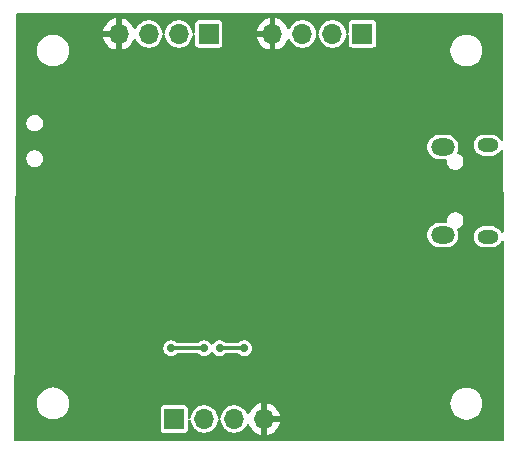
<source format=gbr>
%TF.GenerationSoftware,KiCad,Pcbnew,9.0.0*%
%TF.CreationDate,2025-03-25T14:42:11+07:00*%
%TF.ProjectId,stm32f1,73746d33-3266-4312-9e6b-696361645f70,rev?*%
%TF.SameCoordinates,Original*%
%TF.FileFunction,Copper,L2,Bot*%
%TF.FilePolarity,Positive*%
%FSLAX46Y46*%
G04 Gerber Fmt 4.6, Leading zero omitted, Abs format (unit mm)*
G04 Created by KiCad (PCBNEW 9.0.0) date 2025-03-25 14:42:11*
%MOMM*%
%LPD*%
G01*
G04 APERTURE LIST*
%TA.AperFunction,ComponentPad*%
%ADD10R,1.700000X1.700000*%
%TD*%
%TA.AperFunction,ComponentPad*%
%ADD11O,1.700000X1.700000*%
%TD*%
%TA.AperFunction,HeatsinkPad*%
%ADD12O,1.800000X1.150000*%
%TD*%
%TA.AperFunction,HeatsinkPad*%
%ADD13O,2.000000X1.450000*%
%TD*%
%TA.AperFunction,ViaPad*%
%ADD14C,0.700000*%
%TD*%
%TA.AperFunction,Conductor*%
%ADD15C,0.300000*%
%TD*%
G04 APERTURE END LIST*
D10*
%TO.P,J4,1,Pin_1*%
%TO.N,+3.3V*%
X115160000Y-81200000D03*
D11*
%TO.P,J4,2,Pin_2*%
%TO.N,/I2C2_SCL*%
X117700000Y-81200000D03*
%TO.P,J4,3,Pin_3*%
%TO.N,/I2C2_SDA*%
X120240000Y-81200000D03*
%TO.P,J4,4,Pin_4*%
%TO.N,GND*%
X122780000Y-81200000D03*
%TD*%
D10*
%TO.P,J3,1,Pin_1*%
%TO.N,+3.3V*%
X118080000Y-48600000D03*
D11*
%TO.P,J3,2,Pin_2*%
%TO.N,/USART1_TX*%
X115540000Y-48600000D03*
%TO.P,J3,3,Pin_3*%
%TO.N,/USART1_RX*%
X113000000Y-48600000D03*
%TO.P,J3,4,Pin_4*%
%TO.N,GND*%
X110460000Y-48600000D03*
%TD*%
D12*
%TO.P,J2,6,Shield*%
%TO.N,unconnected-(J2-Shield-Pad6)_2*%
X141700000Y-65775000D03*
D13*
%TO.N,unconnected-(J2-Shield-Pad6)_1*%
X137900000Y-65625000D03*
%TO.N,unconnected-(J2-Shield-Pad6)_3*%
X137900000Y-58175000D03*
D12*
%TO.N,unconnected-(J2-Shield-Pad6)*%
X141700000Y-58025000D03*
%TD*%
D10*
%TO.P,J1,1,Pin_1*%
%TO.N,+3.3V*%
X131100000Y-48600000D03*
D11*
%TO.P,J1,2,Pin_2*%
%TO.N,/SWDIO*%
X128560000Y-48600000D03*
%TO.P,J1,3,Pin_3*%
%TO.N,/SWCLK*%
X126020000Y-48600000D03*
%TO.P,J1,4,Pin_4*%
%TO.N,GND*%
X123480000Y-48600000D03*
%TD*%
D14*
%TO.N,GND*%
X136500000Y-60600000D03*
X122100000Y-70400000D03*
X118700000Y-69600000D03*
X112400000Y-68200000D03*
X112900000Y-64800000D03*
X118100000Y-60300000D03*
X139800000Y-70600000D03*
X137600000Y-72500000D03*
X133300000Y-72000000D03*
X134100000Y-67700000D03*
X127600000Y-61200000D03*
X106400000Y-55400000D03*
X112955025Y-63155025D03*
X113000000Y-60600000D03*
X111000000Y-61200000D03*
X108400000Y-64600000D03*
%TO.N,+3.3V*%
X121100000Y-75200000D03*
X119000000Y-75200000D03*
X117700000Y-75200000D03*
%TO.N,GND*%
X117446129Y-64281384D03*
X114300000Y-58600000D03*
X122600000Y-66200000D03*
%TO.N,+3.3V*%
X114900000Y-75200000D03*
%TD*%
D15*
%TO.N,+3.3V*%
X119000000Y-75200000D02*
X121100000Y-75200000D01*
X114900000Y-75200000D02*
X117700000Y-75200000D01*
%TD*%
%TA.AperFunction,Conductor*%
%TO.N,GND*%
G36*
X142944211Y-46820185D02*
G01*
X142989966Y-46872989D01*
X143001171Y-46924165D01*
X143009019Y-49851095D01*
X143029641Y-57543587D01*
X143010136Y-57610679D01*
X142957455Y-57656575D01*
X142888323Y-57666704D01*
X142824690Y-57637849D01*
X142802539Y-57612810D01*
X142705045Y-57466901D01*
X142705042Y-57466897D01*
X142583102Y-57344957D01*
X142583098Y-57344954D01*
X142439711Y-57249145D01*
X142439698Y-57249138D01*
X142280378Y-57183146D01*
X142280366Y-57183143D01*
X142111232Y-57149500D01*
X142111229Y-57149500D01*
X141288771Y-57149500D01*
X141288768Y-57149500D01*
X141119633Y-57183143D01*
X141119621Y-57183146D01*
X140960301Y-57249138D01*
X140960288Y-57249145D01*
X140816901Y-57344954D01*
X140816897Y-57344957D01*
X140694957Y-57466897D01*
X140694954Y-57466901D01*
X140599145Y-57610288D01*
X140599138Y-57610301D01*
X140533146Y-57769621D01*
X140533143Y-57769633D01*
X140499500Y-57938766D01*
X140499500Y-58111233D01*
X140533143Y-58280366D01*
X140533146Y-58280378D01*
X140599138Y-58439698D01*
X140599145Y-58439711D01*
X140694954Y-58583098D01*
X140694957Y-58583102D01*
X140816897Y-58705042D01*
X140816901Y-58705045D01*
X140960288Y-58800854D01*
X140960301Y-58800861D01*
X141093142Y-58855885D01*
X141119626Y-58866855D01*
X141288766Y-58900499D01*
X141288769Y-58900500D01*
X141288771Y-58900500D01*
X142111231Y-58900500D01*
X142111232Y-58900499D01*
X142280374Y-58866855D01*
X142439705Y-58800858D01*
X142583099Y-58705045D01*
X142705045Y-58583099D01*
X142777861Y-58474123D01*
X142804243Y-58434640D01*
X142806221Y-58435961D01*
X142847795Y-58393625D01*
X142915930Y-58378153D01*
X142981614Y-58401972D01*
X143023992Y-58457522D01*
X143032210Y-58501580D01*
X143050541Y-65339362D01*
X143031036Y-65406454D01*
X142978355Y-65452350D01*
X142909223Y-65462479D01*
X142845590Y-65433624D01*
X142811980Y-65387147D01*
X142800858Y-65360295D01*
X142800854Y-65360288D01*
X142705045Y-65216901D01*
X142705042Y-65216897D01*
X142583102Y-65094957D01*
X142583098Y-65094954D01*
X142439711Y-64999145D01*
X142439698Y-64999138D01*
X142280378Y-64933146D01*
X142280366Y-64933143D01*
X142111232Y-64899500D01*
X142111229Y-64899500D01*
X141288771Y-64899500D01*
X141288768Y-64899500D01*
X141119633Y-64933143D01*
X141119621Y-64933146D01*
X140960301Y-64999138D01*
X140960288Y-64999145D01*
X140816901Y-65094954D01*
X140816897Y-65094957D01*
X140694957Y-65216897D01*
X140694954Y-65216901D01*
X140599145Y-65360288D01*
X140599138Y-65360301D01*
X140533146Y-65519621D01*
X140533143Y-65519633D01*
X140499500Y-65688766D01*
X140499500Y-65861233D01*
X140533143Y-66030366D01*
X140533146Y-66030378D01*
X140599138Y-66189698D01*
X140599145Y-66189711D01*
X140694954Y-66333098D01*
X140694957Y-66333102D01*
X140816897Y-66455042D01*
X140816901Y-66455045D01*
X140960288Y-66550854D01*
X140960301Y-66550861D01*
X141105708Y-66611090D01*
X141119626Y-66616855D01*
X141288766Y-66650499D01*
X141288769Y-66650500D01*
X141288771Y-66650500D01*
X142111231Y-66650500D01*
X142111232Y-66650499D01*
X142280374Y-66616855D01*
X142439705Y-66550858D01*
X142583099Y-66455045D01*
X142705045Y-66333099D01*
X142800858Y-66189705D01*
X142814299Y-66157253D01*
X142858137Y-66102852D01*
X142924431Y-66080785D01*
X142992130Y-66098062D01*
X143039742Y-66149198D01*
X143052860Y-66204374D01*
X143078193Y-75653334D01*
X143096018Y-82302206D01*
X143097823Y-82975168D01*
X143078318Y-83042260D01*
X143025637Y-83088156D01*
X142973823Y-83099500D01*
X101727857Y-83099500D01*
X101660818Y-83079815D01*
X101615063Y-83027011D01*
X101603859Y-82974835D01*
X101606316Y-82516757D01*
X101621004Y-79777418D01*
X103549500Y-79777418D01*
X103549500Y-79989991D01*
X103579156Y-80177235D01*
X103582754Y-80199948D01*
X103621935Y-80320535D01*
X103648444Y-80402119D01*
X103744951Y-80591525D01*
X103869890Y-80763491D01*
X104020213Y-80913814D01*
X104192179Y-81038753D01*
X104192181Y-81038754D01*
X104192184Y-81038756D01*
X104381588Y-81135262D01*
X104583757Y-81200951D01*
X104793713Y-81234205D01*
X104793714Y-81234205D01*
X105006286Y-81234205D01*
X105006287Y-81234205D01*
X105216243Y-81200951D01*
X105418412Y-81135262D01*
X105607816Y-81038756D01*
X105651515Y-81007007D01*
X105779786Y-80913814D01*
X105779788Y-80913811D01*
X105779792Y-80913809D01*
X105930104Y-80763497D01*
X105930106Y-80763493D01*
X105930109Y-80763491D01*
X106055048Y-80591525D01*
X106055047Y-80591525D01*
X106055051Y-80591521D01*
X106151557Y-80402117D01*
X106183070Y-80305131D01*
X114009500Y-80305131D01*
X114009500Y-82094856D01*
X114009502Y-82094882D01*
X114012413Y-82119987D01*
X114012415Y-82119991D01*
X114057793Y-82222764D01*
X114057794Y-82222765D01*
X114137235Y-82302206D01*
X114240009Y-82347585D01*
X114265135Y-82350500D01*
X116054864Y-82350499D01*
X116054879Y-82350497D01*
X116054882Y-82350497D01*
X116079987Y-82347586D01*
X116079988Y-82347585D01*
X116079991Y-82347585D01*
X116182765Y-82302206D01*
X116262206Y-82222765D01*
X116307585Y-82119991D01*
X116310500Y-82094865D01*
X116310499Y-81357125D01*
X116330183Y-81290089D01*
X116382987Y-81244334D01*
X116452146Y-81234390D01*
X116515702Y-81263415D01*
X116553476Y-81322193D01*
X116556972Y-81337729D01*
X116577829Y-81469410D01*
X116633787Y-81641636D01*
X116633788Y-81641639D01*
X116716006Y-81802997D01*
X116822441Y-81949494D01*
X116822445Y-81949499D01*
X116950500Y-82077554D01*
X116950505Y-82077558D01*
X117078287Y-82170396D01*
X117097006Y-82183996D01*
X117173094Y-82222765D01*
X117258360Y-82266211D01*
X117258363Y-82266212D01*
X117344476Y-82294191D01*
X117430591Y-82322171D01*
X117513429Y-82335291D01*
X117609449Y-82350500D01*
X117609454Y-82350500D01*
X117790551Y-82350500D01*
X117877259Y-82336765D01*
X117969409Y-82322171D01*
X118141639Y-82266211D01*
X118302994Y-82183996D01*
X118449501Y-82077553D01*
X118577553Y-81949501D01*
X118683996Y-81802994D01*
X118766211Y-81641639D01*
X118822171Y-81469409D01*
X118836422Y-81379425D01*
X118847527Y-81309321D01*
X118877456Y-81246186D01*
X118936768Y-81209255D01*
X119006630Y-81210253D01*
X119064863Y-81248863D01*
X119092473Y-81309321D01*
X119117829Y-81469410D01*
X119173787Y-81641636D01*
X119173788Y-81641639D01*
X119256006Y-81802997D01*
X119362441Y-81949494D01*
X119362445Y-81949499D01*
X119490500Y-82077554D01*
X119490505Y-82077558D01*
X119618287Y-82170396D01*
X119637006Y-82183996D01*
X119713094Y-82222765D01*
X119798360Y-82266211D01*
X119798363Y-82266212D01*
X119884476Y-82294191D01*
X119970591Y-82322171D01*
X120053429Y-82335291D01*
X120149449Y-82350500D01*
X120149454Y-82350500D01*
X120330551Y-82350500D01*
X120417259Y-82336765D01*
X120509409Y-82322171D01*
X120681639Y-82266211D01*
X120842994Y-82183996D01*
X120989501Y-82077553D01*
X121117553Y-81949501D01*
X121223996Y-81802994D01*
X121291090Y-81671314D01*
X121339065Y-81620519D01*
X121406886Y-81603724D01*
X121473021Y-81626262D01*
X121516472Y-81680977D01*
X121519506Y-81689292D01*
X121528904Y-81718217D01*
X121625379Y-81907557D01*
X121750272Y-82079459D01*
X121750276Y-82079464D01*
X121900535Y-82229723D01*
X121900540Y-82229727D01*
X122072442Y-82354620D01*
X122261782Y-82451095D01*
X122463871Y-82516757D01*
X122530000Y-82527231D01*
X122530000Y-81633012D01*
X122587007Y-81665925D01*
X122714174Y-81700000D01*
X122845826Y-81700000D01*
X122972993Y-81665925D01*
X123030000Y-81633012D01*
X123030000Y-82527230D01*
X123096126Y-82516757D01*
X123096129Y-82516757D01*
X123298217Y-82451095D01*
X123487557Y-82354620D01*
X123659459Y-82229727D01*
X123659464Y-82229723D01*
X123809723Y-82079464D01*
X123809727Y-82079459D01*
X123934620Y-81907557D01*
X124031095Y-81718217D01*
X124096757Y-81516129D01*
X124096757Y-81516126D01*
X124107231Y-81450000D01*
X123213012Y-81450000D01*
X123245925Y-81392993D01*
X123280000Y-81265826D01*
X123280000Y-81134174D01*
X123245925Y-81007007D01*
X123213012Y-80950000D01*
X124107231Y-80950000D01*
X124096757Y-80883873D01*
X124096757Y-80883870D01*
X124031095Y-80681782D01*
X123934620Y-80492442D01*
X123809727Y-80320540D01*
X123809723Y-80320535D01*
X123659464Y-80170276D01*
X123659459Y-80170272D01*
X123487557Y-80045379D01*
X123298215Y-79948903D01*
X123168545Y-79906772D01*
X123168544Y-79906772D01*
X123096122Y-79883241D01*
X123030000Y-79872768D01*
X123030000Y-80766988D01*
X122972993Y-80734075D01*
X122845826Y-80700000D01*
X122714174Y-80700000D01*
X122587007Y-80734075D01*
X122530000Y-80766988D01*
X122530000Y-79872768D01*
X122529999Y-79872768D01*
X122463875Y-79883241D01*
X122261784Y-79948903D01*
X122072442Y-80045379D01*
X121900540Y-80170272D01*
X121900535Y-80170276D01*
X121750276Y-80320535D01*
X121750272Y-80320540D01*
X121625379Y-80492442D01*
X121528905Y-80681781D01*
X121519506Y-80710708D01*
X121480068Y-80768383D01*
X121415709Y-80795581D01*
X121346862Y-80783666D01*
X121295387Y-80736421D01*
X121291090Y-80728684D01*
X121267191Y-80681781D01*
X121223996Y-80597006D01*
X121210396Y-80578287D01*
X121117558Y-80450505D01*
X121117554Y-80450500D01*
X120989499Y-80322445D01*
X120989494Y-80322441D01*
X120842997Y-80216006D01*
X120842996Y-80216005D01*
X120842994Y-80216004D01*
X120766906Y-80177235D01*
X120681639Y-80133788D01*
X120681636Y-80133787D01*
X120509410Y-80077829D01*
X120330551Y-80049500D01*
X120330546Y-80049500D01*
X120149454Y-80049500D01*
X120149449Y-80049500D01*
X119970589Y-80077829D01*
X119798363Y-80133787D01*
X119798360Y-80133788D01*
X119637002Y-80216006D01*
X119490505Y-80322441D01*
X119490500Y-80322445D01*
X119362445Y-80450500D01*
X119362441Y-80450505D01*
X119256006Y-80597002D01*
X119173788Y-80758360D01*
X119173787Y-80758363D01*
X119117829Y-80930589D01*
X119092473Y-81090678D01*
X119062544Y-81153813D01*
X119003232Y-81190744D01*
X118933369Y-81189746D01*
X118875137Y-81151136D01*
X118847527Y-81090678D01*
X118825245Y-80950000D01*
X118822171Y-80930591D01*
X118779708Y-80799901D01*
X118766212Y-80758363D01*
X118766211Y-80758360D01*
X118727191Y-80681781D01*
X118683996Y-80597006D01*
X118670396Y-80578287D01*
X118577558Y-80450505D01*
X118577554Y-80450500D01*
X118449499Y-80322445D01*
X118449494Y-80322441D01*
X118302997Y-80216006D01*
X118302996Y-80216005D01*
X118302994Y-80216004D01*
X118226906Y-80177235D01*
X118141639Y-80133788D01*
X118141636Y-80133787D01*
X117969410Y-80077829D01*
X117790551Y-80049500D01*
X117790546Y-80049500D01*
X117609454Y-80049500D01*
X117609449Y-80049500D01*
X117430589Y-80077829D01*
X117258363Y-80133787D01*
X117258360Y-80133788D01*
X117097002Y-80216006D01*
X116950505Y-80322441D01*
X116950500Y-80322445D01*
X116822445Y-80450500D01*
X116822441Y-80450505D01*
X116716006Y-80597002D01*
X116633788Y-80758360D01*
X116633787Y-80758363D01*
X116577829Y-80930589D01*
X116556972Y-81062271D01*
X116527042Y-81125405D01*
X116467731Y-81162336D01*
X116397868Y-81161338D01*
X116339636Y-81122728D01*
X116311522Y-81058764D01*
X116310499Y-81042872D01*
X116310499Y-80305143D01*
X116310499Y-80305136D01*
X116310497Y-80305117D01*
X116307586Y-80280012D01*
X116307585Y-80280010D01*
X116307585Y-80280009D01*
X116262206Y-80177235D01*
X116182765Y-80097794D01*
X116182763Y-80097793D01*
X116079992Y-80052415D01*
X116054865Y-80049500D01*
X114265143Y-80049500D01*
X114265117Y-80049502D01*
X114240012Y-80052413D01*
X114240008Y-80052415D01*
X114137235Y-80097793D01*
X114057794Y-80177234D01*
X114012415Y-80280006D01*
X114012415Y-80280008D01*
X114009500Y-80305131D01*
X106183070Y-80305131D01*
X106217246Y-80199948D01*
X106250500Y-79989992D01*
X106250500Y-79793713D01*
X138549500Y-79793713D01*
X138549500Y-80006287D01*
X138556345Y-80049502D01*
X138576575Y-80177235D01*
X138582754Y-80216243D01*
X138643148Y-80402117D01*
X138648444Y-80418414D01*
X138744951Y-80607820D01*
X138869890Y-80779786D01*
X139020213Y-80930109D01*
X139192179Y-81055048D01*
X139192181Y-81055049D01*
X139192184Y-81055051D01*
X139381588Y-81151557D01*
X139583757Y-81217246D01*
X139793713Y-81250500D01*
X139793714Y-81250500D01*
X140006286Y-81250500D01*
X140006287Y-81250500D01*
X140216243Y-81217246D01*
X140418412Y-81151557D01*
X140607816Y-81055051D01*
X140630248Y-81038753D01*
X140779786Y-80930109D01*
X140779788Y-80930106D01*
X140779792Y-80930104D01*
X140930104Y-80779792D01*
X140930106Y-80779788D01*
X140930109Y-80779786D01*
X141055048Y-80607820D01*
X141055047Y-80607820D01*
X141055051Y-80607816D01*
X141151557Y-80418412D01*
X141217246Y-80216243D01*
X141250500Y-80006287D01*
X141250500Y-79793713D01*
X141217246Y-79583757D01*
X141151557Y-79381588D01*
X141055051Y-79192184D01*
X141055049Y-79192181D01*
X141055048Y-79192179D01*
X140930109Y-79020213D01*
X140779786Y-78869890D01*
X140607820Y-78744951D01*
X140418414Y-78648444D01*
X140418413Y-78648443D01*
X140418412Y-78648443D01*
X140216243Y-78582754D01*
X140216241Y-78582753D01*
X140216240Y-78582753D01*
X140054957Y-78557208D01*
X140006287Y-78549500D01*
X139793713Y-78549500D01*
X139745042Y-78557208D01*
X139583760Y-78582753D01*
X139381585Y-78648444D01*
X139192179Y-78744951D01*
X139020213Y-78869890D01*
X138869890Y-79020213D01*
X138744951Y-79192179D01*
X138648444Y-79381585D01*
X138582753Y-79583760D01*
X138552958Y-79771881D01*
X138549500Y-79793713D01*
X106250500Y-79793713D01*
X106250500Y-79777418D01*
X106217246Y-79567462D01*
X106151557Y-79365293D01*
X106055051Y-79175889D01*
X106055049Y-79175886D01*
X106055048Y-79175884D01*
X105930109Y-79003918D01*
X105779786Y-78853595D01*
X105607820Y-78728656D01*
X105418414Y-78632149D01*
X105418413Y-78632148D01*
X105418412Y-78632148D01*
X105216243Y-78566459D01*
X105216241Y-78566458D01*
X105216240Y-78566458D01*
X105054957Y-78540913D01*
X105006287Y-78533205D01*
X104793713Y-78533205D01*
X104745042Y-78540913D01*
X104583760Y-78566458D01*
X104381585Y-78632149D01*
X104192179Y-78728656D01*
X104020213Y-78853595D01*
X103869890Y-79003918D01*
X103744951Y-79175884D01*
X103648444Y-79365290D01*
X103582753Y-79567465D01*
X103549500Y-79777418D01*
X101621004Y-79777418D01*
X101645204Y-75264071D01*
X114249499Y-75264071D01*
X114274497Y-75389738D01*
X114274499Y-75389744D01*
X114323533Y-75508124D01*
X114323538Y-75508133D01*
X114394723Y-75614668D01*
X114394726Y-75614672D01*
X114485327Y-75705273D01*
X114485331Y-75705276D01*
X114591866Y-75776461D01*
X114591872Y-75776464D01*
X114591873Y-75776465D01*
X114710256Y-75825501D01*
X114710260Y-75825501D01*
X114710261Y-75825502D01*
X114835928Y-75850500D01*
X114835931Y-75850500D01*
X114964071Y-75850500D01*
X115048615Y-75833682D01*
X115089744Y-75825501D01*
X115208127Y-75776465D01*
X115314669Y-75705276D01*
X115314672Y-75705273D01*
X115333127Y-75686819D01*
X115394450Y-75653334D01*
X115420808Y-75650500D01*
X117179192Y-75650500D01*
X117246231Y-75670185D01*
X117266873Y-75686819D01*
X117285327Y-75705273D01*
X117285331Y-75705276D01*
X117391866Y-75776461D01*
X117391872Y-75776464D01*
X117391873Y-75776465D01*
X117510256Y-75825501D01*
X117510260Y-75825501D01*
X117510261Y-75825502D01*
X117635928Y-75850500D01*
X117635931Y-75850500D01*
X117764071Y-75850500D01*
X117848615Y-75833682D01*
X117889744Y-75825501D01*
X118008127Y-75776465D01*
X118114669Y-75705276D01*
X118205276Y-75614669D01*
X118246898Y-75552377D01*
X118300509Y-75507572D01*
X118369834Y-75498865D01*
X118432862Y-75529019D01*
X118453103Y-75552378D01*
X118494725Y-75614671D01*
X118585327Y-75705273D01*
X118585331Y-75705276D01*
X118691866Y-75776461D01*
X118691872Y-75776464D01*
X118691873Y-75776465D01*
X118810256Y-75825501D01*
X118810260Y-75825501D01*
X118810261Y-75825502D01*
X118935928Y-75850500D01*
X118935931Y-75850500D01*
X119064071Y-75850500D01*
X119148615Y-75833682D01*
X119189744Y-75825501D01*
X119308127Y-75776465D01*
X119414669Y-75705276D01*
X119414672Y-75705273D01*
X119433127Y-75686819D01*
X119494450Y-75653334D01*
X119520808Y-75650500D01*
X120579192Y-75650500D01*
X120646231Y-75670185D01*
X120666873Y-75686819D01*
X120685327Y-75705273D01*
X120685331Y-75705276D01*
X120791866Y-75776461D01*
X120791872Y-75776464D01*
X120791873Y-75776465D01*
X120910256Y-75825501D01*
X120910260Y-75825501D01*
X120910261Y-75825502D01*
X121035928Y-75850500D01*
X121035931Y-75850500D01*
X121164071Y-75850500D01*
X121248615Y-75833682D01*
X121289744Y-75825501D01*
X121408127Y-75776465D01*
X121514669Y-75705276D01*
X121605276Y-75614669D01*
X121676465Y-75508127D01*
X121725501Y-75389744D01*
X121733682Y-75348615D01*
X121750500Y-75264071D01*
X121750500Y-75135928D01*
X121725502Y-75010261D01*
X121725501Y-75010260D01*
X121725501Y-75010256D01*
X121680301Y-74901134D01*
X121676466Y-74891875D01*
X121676461Y-74891866D01*
X121605276Y-74785331D01*
X121605273Y-74785327D01*
X121514672Y-74694726D01*
X121514668Y-74694723D01*
X121408133Y-74623538D01*
X121408124Y-74623533D01*
X121289744Y-74574499D01*
X121289738Y-74574497D01*
X121164071Y-74549500D01*
X121164069Y-74549500D01*
X121035931Y-74549500D01*
X121035929Y-74549500D01*
X120910261Y-74574497D01*
X120910255Y-74574499D01*
X120791875Y-74623533D01*
X120791866Y-74623538D01*
X120685331Y-74694723D01*
X120685327Y-74694726D01*
X120666873Y-74713181D01*
X120605550Y-74746666D01*
X120579192Y-74749500D01*
X119520808Y-74749500D01*
X119453769Y-74729815D01*
X119433127Y-74713181D01*
X119414672Y-74694726D01*
X119414668Y-74694723D01*
X119308133Y-74623538D01*
X119308124Y-74623533D01*
X119189744Y-74574499D01*
X119189738Y-74574497D01*
X119064071Y-74549500D01*
X119064069Y-74549500D01*
X118935931Y-74549500D01*
X118935929Y-74549500D01*
X118810261Y-74574497D01*
X118810255Y-74574499D01*
X118691875Y-74623533D01*
X118691866Y-74623538D01*
X118585331Y-74694723D01*
X118585327Y-74694726D01*
X118494726Y-74785327D01*
X118494723Y-74785331D01*
X118453102Y-74847622D01*
X118399490Y-74892427D01*
X118330165Y-74901134D01*
X118267137Y-74870979D01*
X118246898Y-74847622D01*
X118205276Y-74785331D01*
X118205273Y-74785327D01*
X118114672Y-74694726D01*
X118114668Y-74694723D01*
X118008133Y-74623538D01*
X118008124Y-74623533D01*
X117889744Y-74574499D01*
X117889738Y-74574497D01*
X117764071Y-74549500D01*
X117764069Y-74549500D01*
X117635931Y-74549500D01*
X117635929Y-74549500D01*
X117510261Y-74574497D01*
X117510255Y-74574499D01*
X117391875Y-74623533D01*
X117391866Y-74623538D01*
X117285331Y-74694723D01*
X117285327Y-74694726D01*
X117266873Y-74713181D01*
X117205550Y-74746666D01*
X117179192Y-74749500D01*
X115420808Y-74749500D01*
X115353769Y-74729815D01*
X115333127Y-74713181D01*
X115314672Y-74694726D01*
X115314668Y-74694723D01*
X115208133Y-74623538D01*
X115208124Y-74623533D01*
X115089744Y-74574499D01*
X115089738Y-74574497D01*
X114964071Y-74549500D01*
X114964069Y-74549500D01*
X114835931Y-74549500D01*
X114835929Y-74549500D01*
X114710261Y-74574497D01*
X114710255Y-74574499D01*
X114591875Y-74623533D01*
X114591866Y-74623538D01*
X114485331Y-74694723D01*
X114485327Y-74694726D01*
X114394726Y-74785327D01*
X114394723Y-74785331D01*
X114323538Y-74891866D01*
X114323533Y-74891875D01*
X114274499Y-75010255D01*
X114274497Y-75010261D01*
X114249500Y-75135928D01*
X114249500Y-75135931D01*
X114249500Y-75264069D01*
X114249500Y-75264071D01*
X114249499Y-75264071D01*
X101645204Y-75264071D01*
X101697429Y-65523992D01*
X136599500Y-65523992D01*
X136599500Y-65726007D01*
X136638907Y-65924119D01*
X136638909Y-65924127D01*
X136716212Y-66110752D01*
X136716217Y-66110762D01*
X136828441Y-66278718D01*
X136971281Y-66421558D01*
X137139237Y-66533782D01*
X137139241Y-66533784D01*
X137139244Y-66533786D01*
X137325873Y-66611091D01*
X137523992Y-66650499D01*
X137523996Y-66650500D01*
X137523997Y-66650500D01*
X138276004Y-66650500D01*
X138276005Y-66650499D01*
X138474127Y-66611091D01*
X138660756Y-66533786D01*
X138828718Y-66421558D01*
X138971558Y-66278718D01*
X139083786Y-66110756D01*
X139161091Y-65924127D01*
X139200500Y-65726003D01*
X139200500Y-65523997D01*
X139161091Y-65325873D01*
X139118354Y-65222697D01*
X139110885Y-65153227D01*
X139142160Y-65090748D01*
X139185457Y-65060685D01*
X139281811Y-65020775D01*
X139396542Y-64944114D01*
X139494114Y-64846542D01*
X139570775Y-64731811D01*
X139577236Y-64716214D01*
X139623578Y-64604332D01*
X139623580Y-64604328D01*
X139637975Y-64531959D01*
X139650500Y-64468995D01*
X139650500Y-64331004D01*
X139623581Y-64195677D01*
X139623580Y-64195676D01*
X139623580Y-64195672D01*
X139623578Y-64195667D01*
X139570778Y-64068195D01*
X139570771Y-64068182D01*
X139494114Y-63953458D01*
X139494111Y-63953454D01*
X139396545Y-63855888D01*
X139396541Y-63855885D01*
X139281817Y-63779228D01*
X139281804Y-63779221D01*
X139154332Y-63726421D01*
X139154322Y-63726418D01*
X139018995Y-63699500D01*
X139018993Y-63699500D01*
X138881007Y-63699500D01*
X138881005Y-63699500D01*
X138745677Y-63726418D01*
X138745667Y-63726421D01*
X138618195Y-63779221D01*
X138618182Y-63779228D01*
X138503458Y-63855885D01*
X138503454Y-63855888D01*
X138405888Y-63953454D01*
X138405885Y-63953458D01*
X138329228Y-64068182D01*
X138329221Y-64068195D01*
X138276421Y-64195667D01*
X138276418Y-64195677D01*
X138249500Y-64331004D01*
X138249500Y-64475085D01*
X138246710Y-64475085D01*
X138235942Y-64531959D01*
X138187892Y-64582683D01*
X138125541Y-64599500D01*
X137523992Y-64599500D01*
X137325880Y-64638907D01*
X137325872Y-64638909D01*
X137139247Y-64716212D01*
X137139237Y-64716217D01*
X136971281Y-64828441D01*
X136828441Y-64971281D01*
X136716217Y-65139237D01*
X136716212Y-65139247D01*
X136638909Y-65325872D01*
X136638907Y-65325880D01*
X136599500Y-65523992D01*
X101697429Y-65523992D01*
X101731236Y-59218995D01*
X102644499Y-59218995D01*
X102671418Y-59354322D01*
X102671421Y-59354332D01*
X102724221Y-59481804D01*
X102724228Y-59481817D01*
X102800885Y-59596541D01*
X102800888Y-59596545D01*
X102898454Y-59694111D01*
X102898458Y-59694114D01*
X103013182Y-59770771D01*
X103013195Y-59770778D01*
X103140667Y-59823578D01*
X103140672Y-59823580D01*
X103140676Y-59823580D01*
X103140677Y-59823581D01*
X103276004Y-59850500D01*
X103276007Y-59850500D01*
X103413995Y-59850500D01*
X103505041Y-59832389D01*
X103549328Y-59823580D01*
X103676811Y-59770775D01*
X103791542Y-59694114D01*
X103889114Y-59596542D01*
X103965775Y-59481811D01*
X104018580Y-59354328D01*
X104027389Y-59310041D01*
X104045500Y-59218995D01*
X104045500Y-59081004D01*
X104018581Y-58945677D01*
X104018580Y-58945676D01*
X104018580Y-58945672D01*
X103999869Y-58900499D01*
X103965778Y-58818195D01*
X103965771Y-58818182D01*
X103889114Y-58703458D01*
X103889111Y-58703454D01*
X103791545Y-58605888D01*
X103791541Y-58605885D01*
X103676817Y-58529228D01*
X103676804Y-58529221D01*
X103549332Y-58476421D01*
X103549322Y-58476418D01*
X103413995Y-58449500D01*
X103413993Y-58449500D01*
X103276007Y-58449500D01*
X103276005Y-58449500D01*
X103140677Y-58476418D01*
X103140667Y-58476421D01*
X103013195Y-58529221D01*
X103013182Y-58529228D01*
X102898458Y-58605885D01*
X102898454Y-58605888D01*
X102800888Y-58703454D01*
X102800885Y-58703458D01*
X102724228Y-58818182D01*
X102724221Y-58818195D01*
X102671421Y-58945667D01*
X102671418Y-58945677D01*
X102644500Y-59081004D01*
X102644500Y-59081007D01*
X102644500Y-59218993D01*
X102644500Y-59218995D01*
X102644499Y-59218995D01*
X101731236Y-59218995D01*
X101736269Y-58280366D01*
X101737376Y-58073992D01*
X136599500Y-58073992D01*
X136599500Y-58276007D01*
X136638907Y-58474119D01*
X136638909Y-58474127D01*
X136716212Y-58660752D01*
X136716217Y-58660762D01*
X136828441Y-58828718D01*
X136971281Y-58971558D01*
X137139237Y-59083782D01*
X137139241Y-59083784D01*
X137139244Y-59083786D01*
X137325873Y-59161091D01*
X137499700Y-59195667D01*
X137523992Y-59200499D01*
X137523996Y-59200500D01*
X137523997Y-59200500D01*
X138125541Y-59200500D01*
X138192580Y-59220185D01*
X138238335Y-59272989D01*
X138246980Y-59324915D01*
X138249500Y-59324915D01*
X138249500Y-59331007D01*
X138249500Y-59468993D01*
X138249500Y-59468995D01*
X138249499Y-59468995D01*
X138276418Y-59604322D01*
X138276421Y-59604332D01*
X138329221Y-59731804D01*
X138329228Y-59731817D01*
X138405885Y-59846541D01*
X138405888Y-59846545D01*
X138503454Y-59944111D01*
X138503458Y-59944114D01*
X138618182Y-60020771D01*
X138618195Y-60020778D01*
X138745667Y-60073578D01*
X138745672Y-60073580D01*
X138745676Y-60073580D01*
X138745677Y-60073581D01*
X138881004Y-60100500D01*
X138881007Y-60100500D01*
X139018995Y-60100500D01*
X139110041Y-60082389D01*
X139154328Y-60073580D01*
X139281811Y-60020775D01*
X139396542Y-59944114D01*
X139494114Y-59846542D01*
X139570775Y-59731811D01*
X139623580Y-59604328D01*
X139647949Y-59481817D01*
X139650500Y-59468995D01*
X139650500Y-59331004D01*
X139623581Y-59195677D01*
X139623580Y-59195676D01*
X139623580Y-59195672D01*
X139577236Y-59083787D01*
X139570778Y-59068195D01*
X139570771Y-59068182D01*
X139494114Y-58953458D01*
X139494111Y-58953454D01*
X139396545Y-58855888D01*
X139396541Y-58855885D01*
X139281817Y-58779228D01*
X139281804Y-58779221D01*
X139185462Y-58739316D01*
X139131058Y-58695476D01*
X139108993Y-58629182D01*
X139118351Y-58577307D01*
X139161091Y-58474127D01*
X139200500Y-58276003D01*
X139200500Y-58073997D01*
X139161091Y-57875873D01*
X139083786Y-57689244D01*
X139083784Y-57689241D01*
X139083782Y-57689237D01*
X138971558Y-57521281D01*
X138828718Y-57378441D01*
X138660762Y-57266217D01*
X138660752Y-57266212D01*
X138474127Y-57188909D01*
X138474119Y-57188907D01*
X138276007Y-57149500D01*
X138276003Y-57149500D01*
X137523997Y-57149500D01*
X137523992Y-57149500D01*
X137325880Y-57188907D01*
X137325872Y-57188909D01*
X137139247Y-57266212D01*
X137139237Y-57266217D01*
X136971281Y-57378441D01*
X136828441Y-57521281D01*
X136716217Y-57689237D01*
X136716212Y-57689247D01*
X136638909Y-57875872D01*
X136638907Y-57875880D01*
X136599500Y-58073992D01*
X101737376Y-58073992D01*
X101737412Y-58067240D01*
X101747322Y-56218995D01*
X102644499Y-56218995D01*
X102671418Y-56354322D01*
X102671421Y-56354332D01*
X102724221Y-56481804D01*
X102724228Y-56481817D01*
X102800885Y-56596541D01*
X102800888Y-56596545D01*
X102898454Y-56694111D01*
X102898458Y-56694114D01*
X103013182Y-56770771D01*
X103013195Y-56770778D01*
X103140667Y-56823578D01*
X103140672Y-56823580D01*
X103140676Y-56823580D01*
X103140677Y-56823581D01*
X103276004Y-56850500D01*
X103276007Y-56850500D01*
X103413995Y-56850500D01*
X103505041Y-56832389D01*
X103549328Y-56823580D01*
X103676811Y-56770775D01*
X103791542Y-56694114D01*
X103889114Y-56596542D01*
X103965775Y-56481811D01*
X104018580Y-56354328D01*
X104045500Y-56218993D01*
X104045500Y-56081007D01*
X104045500Y-56081004D01*
X104018581Y-55945677D01*
X104018580Y-55945676D01*
X104018580Y-55945672D01*
X104018578Y-55945667D01*
X103965778Y-55818195D01*
X103965771Y-55818182D01*
X103889114Y-55703458D01*
X103889111Y-55703454D01*
X103791545Y-55605888D01*
X103791541Y-55605885D01*
X103676817Y-55529228D01*
X103676804Y-55529221D01*
X103549332Y-55476421D01*
X103549322Y-55476418D01*
X103413995Y-55449500D01*
X103413993Y-55449500D01*
X103276007Y-55449500D01*
X103276005Y-55449500D01*
X103140677Y-55476418D01*
X103140667Y-55476421D01*
X103013195Y-55529221D01*
X103013182Y-55529228D01*
X102898458Y-55605885D01*
X102898454Y-55605888D01*
X102800888Y-55703454D01*
X102800885Y-55703458D01*
X102724228Y-55818182D01*
X102724221Y-55818195D01*
X102671421Y-55945667D01*
X102671418Y-55945677D01*
X102644500Y-56081004D01*
X102644500Y-56081007D01*
X102644500Y-56218993D01*
X102644500Y-56218995D01*
X102644499Y-56218995D01*
X101747322Y-56218995D01*
X101748098Y-56074250D01*
X101773426Y-51350500D01*
X101781237Y-49893713D01*
X103549500Y-49893713D01*
X103549500Y-50106286D01*
X103582753Y-50316239D01*
X103648444Y-50518414D01*
X103744951Y-50707820D01*
X103869890Y-50879786D01*
X104020213Y-51030109D01*
X104192179Y-51155048D01*
X104192181Y-51155049D01*
X104192184Y-51155051D01*
X104381588Y-51251557D01*
X104583757Y-51317246D01*
X104793713Y-51350500D01*
X104793714Y-51350500D01*
X105006286Y-51350500D01*
X105006287Y-51350500D01*
X105216243Y-51317246D01*
X105418412Y-51251557D01*
X105607816Y-51155051D01*
X105629789Y-51139086D01*
X105779786Y-51030109D01*
X105779788Y-51030106D01*
X105779792Y-51030104D01*
X105930104Y-50879792D01*
X105930106Y-50879788D01*
X105930109Y-50879786D01*
X106055048Y-50707820D01*
X106055047Y-50707820D01*
X106055051Y-50707816D01*
X106151557Y-50518412D01*
X106217246Y-50316243D01*
X106250500Y-50106287D01*
X106250500Y-49893713D01*
X106217246Y-49683757D01*
X106151557Y-49481588D01*
X106055051Y-49292184D01*
X106055049Y-49292181D01*
X106055048Y-49292179D01*
X105930109Y-49120213D01*
X105779790Y-48969894D01*
X105779785Y-48969890D01*
X105701855Y-48913270D01*
X105701832Y-48913255D01*
X105607815Y-48844948D01*
X105418414Y-48748444D01*
X105418413Y-48748443D01*
X105418412Y-48748443D01*
X105216243Y-48682754D01*
X105216241Y-48682753D01*
X105216240Y-48682753D01*
X105054957Y-48657208D01*
X105006287Y-48649500D01*
X104793713Y-48649500D01*
X104745042Y-48657208D01*
X104583760Y-48682753D01*
X104381585Y-48748444D01*
X104192179Y-48844951D01*
X104020213Y-48969890D01*
X103869890Y-49120213D01*
X103744951Y-49292179D01*
X103648444Y-49481585D01*
X103648443Y-49481587D01*
X103648443Y-49481588D01*
X103635966Y-49519987D01*
X103582753Y-49683760D01*
X103549500Y-49893713D01*
X101781237Y-49893713D01*
X101783469Y-49477553D01*
X101789320Y-48386399D01*
X101789515Y-48350000D01*
X109132769Y-48350000D01*
X110026988Y-48350000D01*
X109994075Y-48407007D01*
X109960000Y-48534174D01*
X109960000Y-48665826D01*
X109994075Y-48792993D01*
X110026988Y-48850000D01*
X109132769Y-48850000D01*
X109143242Y-48916126D01*
X109143242Y-48916129D01*
X109208904Y-49118217D01*
X109305379Y-49307557D01*
X109430272Y-49479459D01*
X109430276Y-49479464D01*
X109580535Y-49629723D01*
X109580540Y-49629727D01*
X109752442Y-49754620D01*
X109941782Y-49851095D01*
X110143871Y-49916757D01*
X110210000Y-49927231D01*
X110210000Y-49033012D01*
X110267007Y-49065925D01*
X110394174Y-49100000D01*
X110525826Y-49100000D01*
X110652993Y-49065925D01*
X110710000Y-49033012D01*
X110710000Y-49927230D01*
X110776126Y-49916757D01*
X110776129Y-49916757D01*
X110978217Y-49851095D01*
X111167557Y-49754620D01*
X111339459Y-49629727D01*
X111339464Y-49629723D01*
X111489723Y-49479464D01*
X111489727Y-49479459D01*
X111614620Y-49307557D01*
X111711095Y-49118217D01*
X111720492Y-49089295D01*
X111759928Y-49031618D01*
X111824286Y-49004419D01*
X111893133Y-49016331D01*
X111944610Y-49063574D01*
X111948908Y-49071314D01*
X112016004Y-49202995D01*
X112122441Y-49349494D01*
X112122445Y-49349499D01*
X112250500Y-49477554D01*
X112250505Y-49477558D01*
X112378287Y-49570396D01*
X112397006Y-49583996D01*
X112473094Y-49622765D01*
X112558360Y-49666211D01*
X112558363Y-49666212D01*
X112612363Y-49683757D01*
X112730591Y-49722171D01*
X112813429Y-49735291D01*
X112909449Y-49750500D01*
X112909454Y-49750500D01*
X113090551Y-49750500D01*
X113177259Y-49736765D01*
X113269409Y-49722171D01*
X113441639Y-49666211D01*
X113602994Y-49583996D01*
X113749501Y-49477553D01*
X113877553Y-49349501D01*
X113983996Y-49202994D01*
X114066211Y-49041639D01*
X114122171Y-48869409D01*
X114143027Y-48737729D01*
X114147527Y-48709321D01*
X114177456Y-48646186D01*
X114236768Y-48609255D01*
X114306630Y-48610253D01*
X114364863Y-48648863D01*
X114392473Y-48709321D01*
X114417829Y-48869410D01*
X114473787Y-49041636D01*
X114473788Y-49041639D01*
X114556006Y-49202997D01*
X114662441Y-49349494D01*
X114662445Y-49349499D01*
X114790500Y-49477554D01*
X114790505Y-49477558D01*
X114918287Y-49570396D01*
X114937006Y-49583996D01*
X115013094Y-49622765D01*
X115098360Y-49666211D01*
X115098363Y-49666212D01*
X115152363Y-49683757D01*
X115270591Y-49722171D01*
X115353429Y-49735291D01*
X115449449Y-49750500D01*
X115449454Y-49750500D01*
X115630551Y-49750500D01*
X115717259Y-49736765D01*
X115809409Y-49722171D01*
X115981639Y-49666211D01*
X116142994Y-49583996D01*
X116289501Y-49477553D01*
X116417553Y-49349501D01*
X116523996Y-49202994D01*
X116606211Y-49041639D01*
X116662171Y-48869409D01*
X116683027Y-48737729D01*
X116712956Y-48674595D01*
X116772267Y-48637663D01*
X116842130Y-48638661D01*
X116900363Y-48677271D01*
X116928477Y-48741234D01*
X116929500Y-48757127D01*
X116929500Y-49494856D01*
X116929502Y-49494882D01*
X116932413Y-49519987D01*
X116932415Y-49519991D01*
X116977793Y-49622764D01*
X116977794Y-49622765D01*
X117057235Y-49702206D01*
X117160009Y-49747585D01*
X117185135Y-49750500D01*
X118974864Y-49750499D01*
X118974879Y-49750497D01*
X118974882Y-49750497D01*
X118999987Y-49747586D01*
X118999988Y-49747585D01*
X118999991Y-49747585D01*
X119102765Y-49702206D01*
X119182206Y-49622765D01*
X119227585Y-49519991D01*
X119230500Y-49494865D01*
X119230499Y-48350000D01*
X122152769Y-48350000D01*
X123046988Y-48350000D01*
X123014075Y-48407007D01*
X122980000Y-48534174D01*
X122980000Y-48665826D01*
X123014075Y-48792993D01*
X123046988Y-48850000D01*
X122152769Y-48850000D01*
X122163242Y-48916126D01*
X122163242Y-48916129D01*
X122228904Y-49118217D01*
X122325379Y-49307557D01*
X122450272Y-49479459D01*
X122450276Y-49479464D01*
X122600535Y-49629723D01*
X122600540Y-49629727D01*
X122772442Y-49754620D01*
X122961782Y-49851095D01*
X123163871Y-49916757D01*
X123230000Y-49927231D01*
X123230000Y-49033012D01*
X123287007Y-49065925D01*
X123414174Y-49100000D01*
X123545826Y-49100000D01*
X123672993Y-49065925D01*
X123730000Y-49033012D01*
X123730000Y-49927230D01*
X123796126Y-49916757D01*
X123796129Y-49916757D01*
X123867052Y-49893713D01*
X138549500Y-49893713D01*
X138549500Y-50106286D01*
X138582753Y-50316239D01*
X138648444Y-50518414D01*
X138744951Y-50707820D01*
X138869890Y-50879786D01*
X139020213Y-51030109D01*
X139192179Y-51155048D01*
X139192181Y-51155049D01*
X139192184Y-51155051D01*
X139381588Y-51251557D01*
X139583757Y-51317246D01*
X139793713Y-51350500D01*
X139793714Y-51350500D01*
X140006286Y-51350500D01*
X140006287Y-51350500D01*
X140216243Y-51317246D01*
X140418412Y-51251557D01*
X140607816Y-51155051D01*
X140629789Y-51139086D01*
X140779786Y-51030109D01*
X140779788Y-51030106D01*
X140779792Y-51030104D01*
X140930104Y-50879792D01*
X140930106Y-50879788D01*
X140930109Y-50879786D01*
X141055048Y-50707820D01*
X141055047Y-50707820D01*
X141055051Y-50707816D01*
X141151557Y-50518412D01*
X141217246Y-50316243D01*
X141250500Y-50106287D01*
X141250500Y-49893713D01*
X141217246Y-49683757D01*
X141151557Y-49481588D01*
X141055051Y-49292184D01*
X141055049Y-49292181D01*
X141055048Y-49292179D01*
X140930109Y-49120213D01*
X140779786Y-48969890D01*
X140607820Y-48844951D01*
X140418414Y-48748444D01*
X140418413Y-48748443D01*
X140418412Y-48748443D01*
X140216243Y-48682754D01*
X140216241Y-48682753D01*
X140216240Y-48682753D01*
X140054957Y-48657208D01*
X140006287Y-48649500D01*
X139793713Y-48649500D01*
X139745042Y-48657208D01*
X139583760Y-48682753D01*
X139381585Y-48748444D01*
X139192179Y-48844951D01*
X139020213Y-48969890D01*
X138869890Y-49120213D01*
X138744951Y-49292179D01*
X138648444Y-49481585D01*
X138648443Y-49481587D01*
X138648443Y-49481588D01*
X138635966Y-49519987D01*
X138582753Y-49683760D01*
X138549500Y-49893713D01*
X123867052Y-49893713D01*
X123998217Y-49851095D01*
X124140975Y-49778356D01*
X124187557Y-49754620D01*
X124359459Y-49629727D01*
X124359464Y-49629723D01*
X124509723Y-49479464D01*
X124509727Y-49479459D01*
X124634620Y-49307557D01*
X124731095Y-49118217D01*
X124740492Y-49089295D01*
X124779928Y-49031618D01*
X124844286Y-49004419D01*
X124913133Y-49016331D01*
X124964610Y-49063574D01*
X124968908Y-49071314D01*
X125036004Y-49202995D01*
X125142441Y-49349494D01*
X125142445Y-49349499D01*
X125270500Y-49477554D01*
X125270505Y-49477558D01*
X125398287Y-49570396D01*
X125417006Y-49583996D01*
X125493094Y-49622765D01*
X125578360Y-49666211D01*
X125578363Y-49666212D01*
X125632363Y-49683757D01*
X125750591Y-49722171D01*
X125833429Y-49735291D01*
X125929449Y-49750500D01*
X125929454Y-49750500D01*
X126110551Y-49750500D01*
X126197259Y-49736765D01*
X126289409Y-49722171D01*
X126461639Y-49666211D01*
X126622994Y-49583996D01*
X126769501Y-49477553D01*
X126897553Y-49349501D01*
X127003996Y-49202994D01*
X127086211Y-49041639D01*
X127142171Y-48869409D01*
X127163027Y-48737729D01*
X127167527Y-48709321D01*
X127197456Y-48646186D01*
X127256768Y-48609255D01*
X127326630Y-48610253D01*
X127384863Y-48648863D01*
X127412473Y-48709321D01*
X127437829Y-48869410D01*
X127493787Y-49041636D01*
X127493788Y-49041639D01*
X127576006Y-49202997D01*
X127682441Y-49349494D01*
X127682445Y-49349499D01*
X127810500Y-49477554D01*
X127810505Y-49477558D01*
X127938287Y-49570396D01*
X127957006Y-49583996D01*
X128033094Y-49622765D01*
X128118360Y-49666211D01*
X128118363Y-49666212D01*
X128172363Y-49683757D01*
X128290591Y-49722171D01*
X128373429Y-49735291D01*
X128469449Y-49750500D01*
X128469454Y-49750500D01*
X128650551Y-49750500D01*
X128737259Y-49736765D01*
X128829409Y-49722171D01*
X129001639Y-49666211D01*
X129162994Y-49583996D01*
X129309501Y-49477553D01*
X129437553Y-49349501D01*
X129543996Y-49202994D01*
X129626211Y-49041639D01*
X129682171Y-48869409D01*
X129703027Y-48737729D01*
X129732956Y-48674595D01*
X129792267Y-48637663D01*
X129862130Y-48638661D01*
X129920363Y-48677271D01*
X129948477Y-48741234D01*
X129949500Y-48757127D01*
X129949500Y-49494856D01*
X129949502Y-49494882D01*
X129952413Y-49519987D01*
X129952415Y-49519991D01*
X129997793Y-49622764D01*
X129997794Y-49622765D01*
X130077235Y-49702206D01*
X130180009Y-49747585D01*
X130205135Y-49750500D01*
X131994864Y-49750499D01*
X131994879Y-49750497D01*
X131994882Y-49750497D01*
X132019987Y-49747586D01*
X132019988Y-49747585D01*
X132019991Y-49747585D01*
X132122765Y-49702206D01*
X132202206Y-49622765D01*
X132247585Y-49519991D01*
X132250500Y-49494865D01*
X132250499Y-47705136D01*
X132250497Y-47705117D01*
X132247586Y-47680012D01*
X132247585Y-47680010D01*
X132247585Y-47680009D01*
X132202206Y-47577235D01*
X132122765Y-47497794D01*
X132122763Y-47497793D01*
X132019992Y-47452415D01*
X131994865Y-47449500D01*
X130205143Y-47449500D01*
X130205117Y-47449502D01*
X130180012Y-47452413D01*
X130180008Y-47452415D01*
X130077235Y-47497793D01*
X129997794Y-47577234D01*
X129952415Y-47680006D01*
X129952415Y-47680008D01*
X129949500Y-47705131D01*
X129949500Y-48442871D01*
X129929815Y-48509910D01*
X129877011Y-48555665D01*
X129807853Y-48565609D01*
X129744297Y-48536584D01*
X129706523Y-48477806D01*
X129703027Y-48462269D01*
X129685245Y-48350000D01*
X129682171Y-48330591D01*
X129626211Y-48158361D01*
X129626211Y-48158360D01*
X129587191Y-48081780D01*
X129543996Y-47997006D01*
X129530396Y-47978287D01*
X129437558Y-47850505D01*
X129437554Y-47850500D01*
X129309499Y-47722445D01*
X129309494Y-47722441D01*
X129162997Y-47616006D01*
X129162996Y-47616005D01*
X129162994Y-47616004D01*
X129086906Y-47577235D01*
X129001639Y-47533788D01*
X129001636Y-47533787D01*
X128829410Y-47477829D01*
X128650551Y-47449500D01*
X128650546Y-47449500D01*
X128469454Y-47449500D01*
X128469449Y-47449500D01*
X128290589Y-47477829D01*
X128118363Y-47533787D01*
X128118360Y-47533788D01*
X127957002Y-47616006D01*
X127810505Y-47722441D01*
X127810500Y-47722445D01*
X127682445Y-47850500D01*
X127682441Y-47850505D01*
X127576006Y-47997002D01*
X127493788Y-48158360D01*
X127493787Y-48158363D01*
X127437829Y-48330589D01*
X127412473Y-48490678D01*
X127382544Y-48553813D01*
X127323232Y-48590744D01*
X127253369Y-48589746D01*
X127195137Y-48551136D01*
X127167527Y-48490678D01*
X127145245Y-48350000D01*
X127142171Y-48330591D01*
X127086211Y-48158361D01*
X127086211Y-48158360D01*
X127047191Y-48081780D01*
X127003996Y-47997006D01*
X126990396Y-47978287D01*
X126897558Y-47850505D01*
X126897554Y-47850500D01*
X126769499Y-47722445D01*
X126769494Y-47722441D01*
X126622997Y-47616006D01*
X126622996Y-47616005D01*
X126622994Y-47616004D01*
X126546906Y-47577235D01*
X126461639Y-47533788D01*
X126461636Y-47533787D01*
X126289410Y-47477829D01*
X126110551Y-47449500D01*
X126110546Y-47449500D01*
X125929454Y-47449500D01*
X125929449Y-47449500D01*
X125750589Y-47477829D01*
X125578363Y-47533787D01*
X125578360Y-47533788D01*
X125417002Y-47616006D01*
X125270505Y-47722441D01*
X125270500Y-47722445D01*
X125142445Y-47850500D01*
X125142441Y-47850505D01*
X125036004Y-47997004D01*
X124968908Y-48128685D01*
X124920933Y-48179480D01*
X124853112Y-48196275D01*
X124786977Y-48173737D01*
X124743527Y-48119021D01*
X124740492Y-48110705D01*
X124731094Y-48081780D01*
X124634620Y-47892442D01*
X124509727Y-47720540D01*
X124509723Y-47720535D01*
X124359464Y-47570276D01*
X124359459Y-47570272D01*
X124187557Y-47445379D01*
X123998215Y-47348903D01*
X123796124Y-47283241D01*
X123730000Y-47272768D01*
X123730000Y-48166988D01*
X123672993Y-48134075D01*
X123545826Y-48100000D01*
X123414174Y-48100000D01*
X123287007Y-48134075D01*
X123230000Y-48166988D01*
X123230000Y-47272768D01*
X123229999Y-47272768D01*
X123163875Y-47283241D01*
X122961784Y-47348903D01*
X122772442Y-47445379D01*
X122600540Y-47570272D01*
X122600535Y-47570276D01*
X122450276Y-47720535D01*
X122450272Y-47720540D01*
X122325379Y-47892442D01*
X122228904Y-48081782D01*
X122163242Y-48283870D01*
X122163242Y-48283873D01*
X122152769Y-48350000D01*
X119230499Y-48350000D01*
X119230499Y-47705136D01*
X119230497Y-47705117D01*
X119227586Y-47680012D01*
X119227585Y-47680010D01*
X119227585Y-47680009D01*
X119182206Y-47577235D01*
X119102765Y-47497794D01*
X119102763Y-47497793D01*
X118999992Y-47452415D01*
X118974865Y-47449500D01*
X117185143Y-47449500D01*
X117185117Y-47449502D01*
X117160012Y-47452413D01*
X117160008Y-47452415D01*
X117057235Y-47497793D01*
X116977794Y-47577234D01*
X116932415Y-47680006D01*
X116932415Y-47680008D01*
X116929500Y-47705131D01*
X116929500Y-48442871D01*
X116909815Y-48509910D01*
X116857011Y-48555665D01*
X116787853Y-48565609D01*
X116724297Y-48536584D01*
X116686523Y-48477806D01*
X116683027Y-48462269D01*
X116665245Y-48350000D01*
X116662171Y-48330591D01*
X116606211Y-48158361D01*
X116606211Y-48158360D01*
X116567191Y-48081780D01*
X116523996Y-47997006D01*
X116510396Y-47978287D01*
X116417558Y-47850505D01*
X116417554Y-47850500D01*
X116289499Y-47722445D01*
X116289494Y-47722441D01*
X116142997Y-47616006D01*
X116142996Y-47616005D01*
X116142994Y-47616004D01*
X116066906Y-47577235D01*
X115981639Y-47533788D01*
X115981636Y-47533787D01*
X115809410Y-47477829D01*
X115630551Y-47449500D01*
X115630546Y-47449500D01*
X115449454Y-47449500D01*
X115449449Y-47449500D01*
X115270589Y-47477829D01*
X115098363Y-47533787D01*
X115098360Y-47533788D01*
X114937002Y-47616006D01*
X114790505Y-47722441D01*
X114790500Y-47722445D01*
X114662445Y-47850500D01*
X114662441Y-47850505D01*
X114556006Y-47997002D01*
X114473788Y-48158360D01*
X114473787Y-48158363D01*
X114417829Y-48330589D01*
X114392473Y-48490678D01*
X114362544Y-48553813D01*
X114303232Y-48590744D01*
X114233369Y-48589746D01*
X114175137Y-48551136D01*
X114147527Y-48490678D01*
X114125245Y-48350000D01*
X114122171Y-48330591D01*
X114066211Y-48158361D01*
X114066211Y-48158360D01*
X114027191Y-48081780D01*
X113983996Y-47997006D01*
X113970396Y-47978287D01*
X113877558Y-47850505D01*
X113877554Y-47850500D01*
X113749499Y-47722445D01*
X113749494Y-47722441D01*
X113602997Y-47616006D01*
X113602996Y-47616005D01*
X113602994Y-47616004D01*
X113526906Y-47577235D01*
X113441639Y-47533788D01*
X113441636Y-47533787D01*
X113269410Y-47477829D01*
X113090551Y-47449500D01*
X113090546Y-47449500D01*
X112909454Y-47449500D01*
X112909449Y-47449500D01*
X112730589Y-47477829D01*
X112558363Y-47533787D01*
X112558360Y-47533788D01*
X112397002Y-47616006D01*
X112250505Y-47722441D01*
X112250500Y-47722445D01*
X112122445Y-47850500D01*
X112122441Y-47850505D01*
X112016004Y-47997004D01*
X111948908Y-48128685D01*
X111900933Y-48179480D01*
X111833112Y-48196275D01*
X111766977Y-48173737D01*
X111723527Y-48119021D01*
X111720492Y-48110705D01*
X111711094Y-48081780D01*
X111614620Y-47892442D01*
X111489727Y-47720540D01*
X111489723Y-47720535D01*
X111339464Y-47570276D01*
X111339459Y-47570272D01*
X111167557Y-47445379D01*
X110978215Y-47348903D01*
X110776124Y-47283241D01*
X110710000Y-47272768D01*
X110710000Y-48166988D01*
X110652993Y-48134075D01*
X110525826Y-48100000D01*
X110394174Y-48100000D01*
X110267007Y-48134075D01*
X110210000Y-48166988D01*
X110210000Y-47272768D01*
X110209999Y-47272768D01*
X110143875Y-47283241D01*
X109941784Y-47348903D01*
X109752442Y-47445379D01*
X109580540Y-47570272D01*
X109580535Y-47570276D01*
X109430276Y-47720535D01*
X109430272Y-47720540D01*
X109305379Y-47892442D01*
X109208904Y-48081782D01*
X109143242Y-48283870D01*
X109143242Y-48283873D01*
X109132769Y-48350000D01*
X101789515Y-48350000D01*
X101797162Y-46923835D01*
X101817206Y-46856902D01*
X101870254Y-46811431D01*
X101921160Y-46800500D01*
X142877172Y-46800500D01*
X142944211Y-46820185D01*
G37*
%TD.AperFunction*%
%TD*%
M02*

</source>
